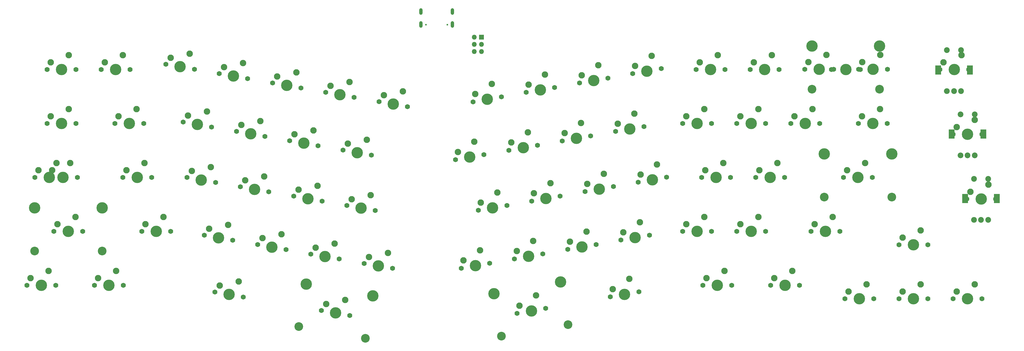
<source format=gts>
G04 #@! TF.GenerationSoftware,KiCad,Pcbnew,(5.1.6)-1*
G04 #@! TF.CreationDate,2020-08-21T21:37:27+09:00*
G04 #@! TF.ProjectId,trifecta,74726966-6563-4746-912e-6b696361645f,rev?*
G04 #@! TF.SameCoordinates,Original*
G04 #@! TF.FileFunction,Soldermask,Top*
G04 #@! TF.FilePolarity,Negative*
%FSLAX46Y46*%
G04 Gerber Fmt 4.6, Leading zero omitted, Abs format (unit mm)*
G04 Created by KiCad (PCBNEW (5.1.6)-1) date 2020-08-21 21:37:27*
%MOMM*%
%LPD*%
G01*
G04 APERTURE LIST*
%ADD10C,2.270000*%
%ADD11C,4.007800*%
%ADD12C,1.770000*%
%ADD13C,3.068000*%
%ADD14O,2.020000X2.020000*%
%ADD15C,2.020000*%
%ADD16R,2.020000X3.220000*%
%ADD17O,1.720000X1.720000*%
%ADD18R,1.720000X1.720000*%
%ADD19O,1.220000X2.320000*%
%ADD20C,0.620000*%
G04 APERTURE END LIST*
D10*
X12096250Y-4354746D03*
D11*
X9556250Y-9434746D03*
D10*
X5746250Y-6894746D03*
D12*
X4476250Y-9434746D03*
X14636250Y-9434746D03*
D10*
X154919279Y-34956110D03*
D11*
X153300000Y-40400000D03*
D10*
X149106816Y-38560188D03*
D12*
X148297177Y-41282133D03*
X158302823Y-39517867D03*
D10*
X242601250Y-42454746D03*
D11*
X240061250Y-47534746D03*
D10*
X236251250Y-44994746D03*
D12*
X234981250Y-47534746D03*
X245141250Y-47534746D03*
D10*
X297846250Y-23404746D03*
D11*
X295306250Y-28484746D03*
D10*
X291496250Y-25944746D03*
D12*
X290226250Y-28484746D03*
X300386250Y-28484746D03*
D10*
X297881920Y-4327640D03*
D11*
X295341920Y-9407640D03*
D10*
X291531920Y-6867640D03*
D12*
X290261920Y-9407640D03*
X300421920Y-9407640D03*
D10*
X278923360Y-4337800D03*
D11*
X276383360Y-9417800D03*
D10*
X272573360Y-6877800D03*
D12*
X271303360Y-9417800D03*
X281463360Y-9417800D03*
D10*
X335987000Y-50108600D03*
D11*
X333447000Y-55188600D03*
D10*
X329637000Y-52648600D03*
D12*
X328367000Y-55188600D03*
X338527000Y-55188600D03*
D10*
X331211800Y-27248600D03*
D11*
X328671800Y-32328600D03*
D10*
X324861800Y-29788600D03*
D12*
X323591800Y-32328600D03*
X333751800Y-32328600D03*
D10*
X326487400Y-4388600D03*
D11*
X323947400Y-9468600D03*
D10*
X320137400Y-6928600D03*
D12*
X318867400Y-9468600D03*
X329027400Y-9468600D03*
D10*
X213205400Y-63368868D03*
D11*
X211586121Y-68812758D03*
D10*
X207392937Y-66972946D03*
D12*
X206583298Y-69694891D03*
X216588944Y-67930625D03*
D10*
X194444813Y-66676866D03*
D11*
X192825534Y-72120756D03*
D10*
X188632350Y-70280944D03*
D12*
X187822711Y-73002889D03*
X197828357Y-71238623D03*
D10*
X175684225Y-69984864D03*
D11*
X174064946Y-75428754D03*
D10*
X169871762Y-73588942D03*
D12*
X169062123Y-76310887D03*
X179067769Y-74546621D03*
D10*
X156923637Y-73292861D03*
D11*
X155304358Y-78736751D03*
D10*
X151111174Y-76896939D03*
D12*
X150301535Y-79618884D03*
X160307181Y-77854618D03*
D10*
X219277696Y-42954282D03*
D11*
X217658417Y-48398172D03*
D10*
X213465233Y-46558360D03*
D12*
X212655594Y-49280305D03*
X222661240Y-47516039D03*
D10*
X200517109Y-46262279D03*
D11*
X198897830Y-51706169D03*
D10*
X194704646Y-49866357D03*
D12*
X193895007Y-52588302D03*
X203900653Y-50824036D03*
D10*
X181744279Y-49581110D03*
D11*
X180125000Y-55025000D03*
D10*
X175931816Y-53185188D03*
D12*
X175122177Y-55907133D03*
X185127823Y-54142867D03*
D10*
X162995933Y-52878275D03*
D11*
X161376654Y-58322165D03*
D10*
X157183470Y-56482353D03*
D12*
X156373831Y-59204298D03*
X166379477Y-57440032D03*
D10*
X211279552Y-25020693D03*
D11*
X209660273Y-30464583D03*
D10*
X205467089Y-28624771D03*
D12*
X204657450Y-31346716D03*
X214663096Y-29582450D03*
D10*
X192518964Y-28328691D03*
D11*
X190899685Y-33772581D03*
D10*
X186706501Y-31932769D03*
D12*
X185896862Y-34654714D03*
X195902508Y-32890448D03*
D10*
X173758376Y-31636689D03*
D11*
X172139097Y-37080579D03*
D10*
X167945913Y-35240767D03*
D12*
X167136274Y-37962712D03*
X177141920Y-36198446D03*
D10*
X217351848Y-4606107D03*
D11*
X215732569Y-10049997D03*
D10*
X211539385Y-8210185D03*
D12*
X210729746Y-10932130D03*
X220735392Y-9167864D03*
D10*
X198591260Y-7914104D03*
D11*
X196971981Y-13357994D03*
D10*
X192778797Y-11518182D03*
D12*
X191969158Y-14240127D03*
X201974804Y-12475861D03*
D10*
X179830672Y-11222102D03*
D11*
X178211393Y-16665992D03*
D10*
X174018209Y-14826180D03*
D12*
X173208570Y-17548125D03*
X183214216Y-15783859D03*
D10*
X161070085Y-14530100D03*
D11*
X159450806Y-19973990D03*
D10*
X155257622Y-18134178D03*
D12*
X154447983Y-20856123D03*
X164453629Y-19091857D03*
D10*
X124502098Y-74244247D03*
D11*
X121118554Y-78806004D03*
D10*
X117807503Y-75642993D03*
D12*
X116115731Y-77923871D03*
X126121377Y-79688137D03*
D10*
X105741510Y-70936249D03*
D11*
X102357966Y-75498006D03*
D10*
X99046915Y-72334995D03*
D12*
X97355143Y-74615873D03*
X107360789Y-76380139D03*
D10*
X86980923Y-67628251D03*
D11*
X83597379Y-72190008D03*
D10*
X80286328Y-69026997D03*
D12*
X78594556Y-71307875D03*
X88600202Y-73072141D03*
D10*
X68220335Y-64320253D03*
D11*
X64836791Y-68882010D03*
D10*
X61525740Y-65718999D03*
D12*
X59833968Y-67999877D03*
X69839614Y-69764143D03*
D10*
X118429802Y-53829660D03*
D11*
X115046258Y-58391417D03*
D10*
X111735207Y-55228406D03*
D12*
X110043435Y-57509284D03*
X120049081Y-59273550D03*
D10*
X99669214Y-50521662D03*
D11*
X96285670Y-55083419D03*
D10*
X92974619Y-51920408D03*
D12*
X91282847Y-54201286D03*
X101288493Y-55965552D03*
D10*
X80908627Y-47213665D03*
D11*
X77525083Y-51775422D03*
D10*
X74214032Y-48612411D03*
D12*
X72522260Y-50893289D03*
X82527906Y-52657555D03*
D10*
X62148039Y-43905667D03*
D11*
X58764495Y-48467424D03*
D10*
X55453444Y-45304413D03*
D12*
X53761672Y-47585291D03*
X63767318Y-49349557D03*
D10*
X117047653Y-34242073D03*
D11*
X113664109Y-38803830D03*
D10*
X110353058Y-35640819D03*
D12*
X108661286Y-37921697D03*
X118666932Y-39685963D03*
D10*
X98287065Y-30934075D03*
D11*
X94903521Y-35495832D03*
D10*
X91592470Y-32332821D03*
D12*
X89900698Y-34613699D03*
X99906344Y-36377965D03*
D10*
X79526478Y-27626077D03*
D11*
X76142934Y-32187834D03*
D10*
X72831883Y-29024823D03*
D12*
X71140111Y-31305701D03*
X81145757Y-33069967D03*
D10*
X60765890Y-24318080D03*
D11*
X57382346Y-28879837D03*
D10*
X54071295Y-25716826D03*
D12*
X52379523Y-27997704D03*
X62385169Y-29761970D03*
D10*
X129735945Y-17135484D03*
D11*
X126352401Y-21697241D03*
D10*
X123041350Y-18534230D03*
D12*
X121349578Y-20815108D03*
X131355224Y-22579374D03*
D10*
X110975357Y-13827486D03*
D11*
X107591813Y-18389243D03*
D10*
X104280762Y-15226232D03*
D12*
X102588990Y-17507110D03*
X112594636Y-19271376D03*
D10*
X92214769Y-10519489D03*
D11*
X88831225Y-15081246D03*
D10*
X85520174Y-11918235D03*
D12*
X83828402Y-14199113D03*
X93834048Y-15963379D03*
D10*
X73454182Y-7211491D03*
D11*
X70070638Y-11773248D03*
D10*
X66759587Y-8610237D03*
D12*
X65067815Y-10891115D03*
X75073461Y-12655381D03*
D10*
X54693594Y-3903493D03*
D11*
X51310050Y-8465250D03*
D10*
X47998999Y-5302239D03*
D12*
X46307227Y-7583117D03*
X56312873Y-9347383D03*
D10*
X331183750Y-85317246D03*
D11*
X328643750Y-90397246D03*
D10*
X324833750Y-87857246D03*
D12*
X323563750Y-90397246D03*
X333723750Y-90397246D03*
D10*
X312133750Y-85317246D03*
D11*
X309593750Y-90397246D03*
D10*
X305783750Y-87857246D03*
D12*
X304513750Y-90397246D03*
X314673750Y-90397246D03*
D10*
X293083750Y-85317246D03*
D11*
X290543750Y-90397246D03*
D10*
X286733750Y-87857246D03*
D12*
X285463750Y-90397246D03*
X295623750Y-90397246D03*
D10*
X312133750Y-66267246D03*
D11*
X309593750Y-71347246D03*
D10*
X305783750Y-68807246D03*
D12*
X304513750Y-71347246D03*
X314673750Y-71347246D03*
D10*
X254983750Y-61504746D03*
D11*
X252443750Y-66584746D03*
D10*
X248633750Y-64044746D03*
D12*
X247363750Y-66584746D03*
X257523750Y-66584746D03*
D10*
X235933750Y-61504746D03*
D11*
X233393750Y-66584746D03*
D10*
X229583750Y-64044746D03*
D12*
X228313750Y-66584746D03*
X238473750Y-66584746D03*
D10*
X45433750Y-61504746D03*
D11*
X42893750Y-66584746D03*
D10*
X39083750Y-64044746D03*
D12*
X37813750Y-66584746D03*
X47973750Y-66584746D03*
D10*
X261651250Y-42454746D03*
D11*
X259111250Y-47534746D03*
D10*
X255301250Y-44994746D03*
D12*
X254031250Y-47534746D03*
X264191250Y-47534746D03*
D10*
X38766250Y-42454746D03*
D11*
X36226250Y-47534746D03*
D10*
X32416250Y-44994746D03*
D12*
X31146250Y-47534746D03*
X41306250Y-47534746D03*
D10*
X274033750Y-23404746D03*
D11*
X271493750Y-28484746D03*
D10*
X267683750Y-25944746D03*
D12*
X266413750Y-28484746D03*
X276573750Y-28484746D03*
D10*
X254983750Y-23404746D03*
D11*
X252443750Y-28484746D03*
D10*
X248633750Y-25944746D03*
D12*
X247363750Y-28484746D03*
X257523750Y-28484746D03*
D10*
X235933750Y-23404746D03*
D11*
X233393750Y-28484746D03*
D10*
X229583750Y-25944746D03*
D12*
X228313750Y-28484746D03*
X238473750Y-28484746D03*
D10*
X35908750Y-23404746D03*
D11*
X33368750Y-28484746D03*
D10*
X29558750Y-25944746D03*
D12*
X28288750Y-28484746D03*
X38448750Y-28484746D03*
D10*
X259746250Y-4354746D03*
D11*
X257206250Y-9434746D03*
D10*
X253396250Y-6894746D03*
D12*
X252126250Y-9434746D03*
X262286250Y-9434746D03*
D10*
X240696250Y-4354746D03*
D11*
X238156250Y-9434746D03*
D10*
X234346250Y-6894746D03*
D12*
X233076250Y-9434746D03*
X243236250Y-9434746D03*
D10*
X31146250Y-4354746D03*
D11*
X28606250Y-9434746D03*
D10*
X24796250Y-6894746D03*
D12*
X23526250Y-9434746D03*
X33686250Y-9434746D03*
D10*
X176637532Y-89257950D03*
D11*
X175018253Y-94701840D03*
D10*
X170825069Y-92862028D03*
D12*
X170015430Y-95583973D03*
X180021076Y-93819707D03*
D13*
X164505818Y-103648221D03*
X187956553Y-99513224D03*
D11*
X161859420Y-88639751D03*
X185310155Y-84504753D03*
D14*
X330896200Y-62536200D03*
D15*
X333396200Y-62536200D03*
X335896200Y-62536200D03*
D16*
X327796200Y-55036200D03*
X338996200Y-55036200D03*
D15*
X330896200Y-48036200D03*
X335896200Y-48036200D03*
D14*
X326146490Y-39761210D03*
D15*
X328646490Y-39761210D03*
X331146490Y-39761210D03*
D16*
X323046490Y-32261210D03*
X334246490Y-32261210D03*
D15*
X326146490Y-25261210D03*
X331146490Y-25261210D03*
D14*
X321371290Y-17100000D03*
D15*
X323871290Y-17100000D03*
X326371290Y-17100000D03*
D16*
X318271290Y-9600000D03*
X329471290Y-9600000D03*
D15*
X321371290Y-2600000D03*
X326371290Y-2600000D03*
D17*
X154924760Y-3098800D03*
X157464760Y-3098800D03*
X154924760Y-558800D03*
X157464760Y-558800D03*
X154924760Y1981200D03*
D18*
X157464760Y1981200D03*
D19*
X136074000Y6415200D03*
X147224000Y6415200D03*
X136074000Y11015200D03*
X147224000Y11015200D03*
D20*
X137899000Y6335200D03*
X145399000Y6335200D03*
D11*
X285781250Y-9434746D03*
D12*
X280701250Y-9434746D03*
X290861250Y-9434746D03*
D13*
X273875000Y-16419746D03*
X297687500Y-16419746D03*
D11*
X273875000Y-1179746D03*
X297687500Y-1179746D03*
D10*
X243077500Y-80554746D03*
D11*
X240537500Y-85634746D03*
D10*
X236727500Y-83094746D03*
D12*
X235457500Y-85634746D03*
X245617500Y-85634746D03*
D10*
X7796250Y-42451250D03*
D11*
X5256250Y-47531250D03*
D10*
X1446250Y-44991250D03*
D12*
X176250Y-47531250D03*
X10336250Y-47531250D03*
D10*
X292607500Y-42454746D03*
D11*
X290067500Y-47534746D03*
D10*
X286257500Y-44994746D03*
D12*
X284987500Y-47534746D03*
X295147500Y-47534746D03*
D13*
X278161250Y-54519746D03*
X301973750Y-54519746D03*
D11*
X278161250Y-39279746D03*
X301973750Y-39279746D03*
D10*
X209482604Y-83402455D03*
D11*
X207863325Y-88846345D03*
D10*
X203670141Y-87006533D03*
D12*
X202860502Y-89728478D03*
X212866148Y-87964212D03*
D10*
X109436219Y-90868588D03*
D11*
X106052675Y-95430345D03*
D10*
X102741624Y-92267334D03*
D12*
X101049852Y-94548212D03*
X111055498Y-96312478D03*
D13*
X93114375Y-100241729D03*
X116565110Y-104376726D03*
D11*
X95760773Y-85233258D03*
X119211508Y-89368256D03*
D10*
X71951984Y-84352340D03*
D11*
X68568440Y-88914097D03*
D10*
X65257389Y-85751086D03*
D12*
X63565617Y-88031964D03*
X73571263Y-89796230D03*
D10*
X266890000Y-80554746D03*
D11*
X264350000Y-85634746D03*
D10*
X260540000Y-83094746D03*
D12*
X259270000Y-85634746D03*
X269430000Y-85634746D03*
D10*
X28765000Y-80554746D03*
D11*
X26225000Y-85634746D03*
D10*
X22415000Y-83094746D03*
D12*
X21145000Y-85634746D03*
X31305000Y-85634746D03*
D10*
X4952500Y-80554746D03*
D11*
X2412500Y-85634746D03*
D10*
X-1397500Y-83094746D03*
D12*
X-2667500Y-85634746D03*
X7492500Y-85634746D03*
D10*
X281177500Y-61504746D03*
D11*
X278637500Y-66584746D03*
D10*
X274827500Y-64044746D03*
D12*
X273557500Y-66584746D03*
X283717500Y-66584746D03*
D10*
X14477500Y-61504746D03*
D11*
X11937500Y-66584746D03*
D10*
X8127500Y-64044746D03*
D12*
X6857500Y-66584746D03*
X17017500Y-66584746D03*
D13*
X31250Y-73569746D03*
X23843750Y-73569746D03*
D11*
X31250Y-58329746D03*
X23843750Y-58329746D03*
D10*
X12572500Y-42454746D03*
D11*
X10032500Y-47534746D03*
D10*
X6222500Y-44994746D03*
D12*
X4952500Y-47534746D03*
X15112500Y-47534746D03*
D10*
X12096250Y-23404746D03*
D11*
X9556250Y-28484746D03*
D10*
X5746250Y-25944746D03*
D12*
X4476250Y-28484746D03*
X14636250Y-28484746D03*
M02*

</source>
